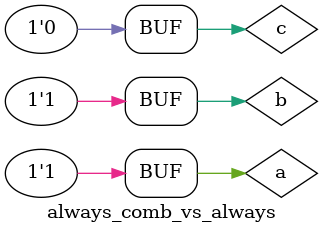
<source format=sv>
module always_comb_vs_always;

// always_comb blocks are unconditionally run at start, always blocks are not

logic a;
logic b;
logic c = 1'b0;

always_comb a = c + 1'b1;

always @(*) b = c + 1'b1;

endmodule


</source>
